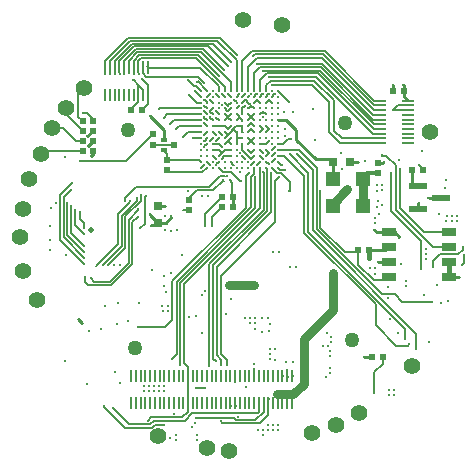
<source format=gbl>
%FSLAX25Y25*%
%MOIN*%
G70*
G01*
G75*
G04 Layer_Physical_Order=4*
G04 Layer_Color=16711680*
%ADD10C,0.01000*%
%ADD11C,0.00512*%
%ADD12C,0.02000*%
%ADD13R,0.00787X0.04488*%
%ADD14R,0.01969X0.01969*%
%ADD15R,0.03000X0.03000*%
%ADD16R,0.01969X0.01969*%
%ADD17R,0.03000X0.03000*%
G04:AMPARAMS|DCode=18|XSize=33.47mil|YSize=11.02mil|CornerRadius=2.76mil|HoleSize=0mil|Usage=FLASHONLY|Rotation=0.000|XOffset=0mil|YOffset=0mil|HoleType=Round|Shape=RoundedRectangle|*
%AMROUNDEDRECTD18*
21,1,0.03347,0.00551,0,0,0.0*
21,1,0.02795,0.01102,0,0,0.0*
1,1,0.00551,0.01398,-0.00276*
1,1,0.00551,-0.01398,-0.00276*
1,1,0.00551,-0.01398,0.00276*
1,1,0.00551,0.01398,0.00276*
%
%ADD18ROUNDEDRECTD18*%
G04:AMPARAMS|DCode=19|XSize=33.47mil|YSize=11.02mil|CornerRadius=2.76mil|HoleSize=0mil|Usage=FLASHONLY|Rotation=90.000|XOffset=0mil|YOffset=0mil|HoleType=Round|Shape=RoundedRectangle|*
%AMROUNDEDRECTD19*
21,1,0.03347,0.00551,0,0,90.0*
21,1,0.02795,0.01102,0,0,90.0*
1,1,0.00551,0.00276,0.01398*
1,1,0.00551,0.00276,-0.01398*
1,1,0.00551,-0.00276,-0.01398*
1,1,0.00551,-0.00276,0.01398*
%
%ADD19ROUNDEDRECTD19*%
%ADD20R,0.03150X0.03150*%
%ADD21R,0.02165X0.01260*%
%ADD22R,0.01260X0.02165*%
%ADD23R,0.11417X0.11417*%
G04:AMPARAMS|DCode=24|XSize=19.69mil|YSize=10.63mil|CornerRadius=0mil|HoleSize=0mil|Usage=FLASHONLY|Rotation=326.000|XOffset=0mil|YOffset=0mil|HoleType=Round|Shape=Rectangle|*
%AMROTATEDRECTD24*
4,1,4,-0.01113,0.00110,-0.00519,0.00991,0.01113,-0.00110,0.00519,-0.00991,-0.01113,0.00110,0.0*
%
%ADD24ROTATEDRECTD24*%

G04:AMPARAMS|DCode=25|XSize=21.65mil|YSize=10.63mil|CornerRadius=0mil|HoleSize=0mil|Usage=FLASHONLY|Rotation=326.000|XOffset=0mil|YOffset=0mil|HoleType=Round|Shape=Rectangle|*
%AMROTATEDRECTD25*
4,1,4,-0.01195,0.00165,-0.00600,0.01046,0.01195,-0.00165,0.00600,-0.01046,-0.01195,0.00165,0.0*
%
%ADD25ROTATEDRECTD25*%

%ADD26P,0.08574X4X281.0*%
G04:AMPARAMS|DCode=27|XSize=19.69mil|YSize=10.63mil|CornerRadius=0mil|HoleSize=0mil|Usage=FLASHONLY|Rotation=56.000|XOffset=0mil|YOffset=0mil|HoleType=Round|Shape=Rectangle|*
%AMROTATEDRECTD27*
4,1,4,-0.00110,-0.01113,-0.00991,-0.00519,0.00110,0.01113,0.00991,0.00519,-0.00110,-0.01113,0.0*
%
%ADD27ROTATEDRECTD27*%

G04:AMPARAMS|DCode=28|XSize=21.65mil|YSize=10.63mil|CornerRadius=0mil|HoleSize=0mil|Usage=FLASHONLY|Rotation=56.000|XOffset=0mil|YOffset=0mil|HoleType=Round|Shape=Rectangle|*
%AMROTATEDRECTD28*
4,1,4,-0.00165,-0.01195,-0.01046,-0.00600,0.00165,0.01195,0.01046,0.00600,-0.00165,-0.01195,0.0*
%
%ADD28ROTATEDRECTD28*%

%ADD29R,0.03543X0.03740*%
%ADD30C,0.01969*%
%ADD31C,0.06811*%
%ADD32R,0.04449X0.05787*%
%ADD33R,0.05079X0.10709*%
%ADD34R,0.06693X0.04331*%
%ADD35R,0.01969X0.02362*%
%ADD36R,0.04331X0.05512*%
%ADD37R,0.04331X0.06693*%
%ADD38R,0.02362X0.00984*%
%ADD39R,0.10236X0.11811*%
%ADD40C,0.02362*%
%ADD41R,0.00984X0.02362*%
%ADD42R,0.12205X0.12205*%
%ADD43R,0.01181X0.01929*%
%ADD44R,0.01181X0.02047*%
%ADD45C,0.01500*%
%ADD46C,0.03000*%
%ADD47C,0.00600*%
%ADD48C,0.05512*%
%ADD49C,0.05000*%
%ADD50C,0.01063*%
%ADD51R,0.05000X0.03000*%
%ADD52R,0.01969X0.01850*%
%ADD53R,0.01969X0.01457*%
%ADD54R,0.04882X0.05079*%
%ADD55C,0.00984*%
%ADD56R,0.04488X0.00787*%
%ADD57R,0.05906X0.02165*%
%ADD58C,0.00700*%
%ADD59C,0.00800*%
%ADD60C,0.01200*%
D10*
X69568Y-14050D02*
X73100D01*
X51700Y950D02*
X53150Y-500D01*
X44850Y1900D02*
X45800Y950D01*
X49568D01*
X46100Y-9050D02*
X49568D01*
X43072Y-4982D02*
X48636D01*
X-24744Y4206D02*
X-22900Y6050D01*
X-27418Y4206D02*
X-24744D01*
X-30084Y6779D02*
X-26616Y3311D01*
X41232Y-40568D02*
X44028D01*
X54549Y48068D02*
Y49999D01*
X36574Y24330D02*
X39280D01*
X31049Y18737D02*
Y23751D01*
X-29900Y39650D02*
X-25245Y34995D01*
Y31701D02*
Y34995D01*
X25250Y25300D02*
X31050D01*
X57528Y16822D02*
Y22182D01*
X62900Y12600D02*
X66990D01*
X59510Y8860D02*
Y10790D01*
X54549Y46401D02*
Y48068D01*
Y46401D02*
X55850Y45100D01*
X51006Y48068D02*
Y50194D01*
X-2328Y9672D02*
Y12918D01*
X-29728Y3311D02*
X-26616D01*
X-27418Y9706D02*
X-24869D01*
X18800Y31750D02*
X25250Y25300D01*
X12645Y38353D02*
X15447D01*
X18800Y35000D01*
Y31750D02*
Y35000D01*
X-49550Y26500D02*
X-48550Y27500D01*
X-50600Y29750D02*
X-48900Y31450D01*
X-50850Y33100D02*
X-49100Y34850D01*
X-54084Y-27866D02*
X-52800Y-29150D01*
X46182Y24199D02*
X47838D01*
D11*
X-60050Y13450D02*
X-56000Y17500D01*
X-58800Y12611D02*
X-56292Y15119D01*
X-58800Y-700D02*
Y12611D01*
X-60050Y-1400D02*
Y13450D01*
X-3450Y18400D02*
X-2550Y17500D01*
X13500Y21850D02*
X14950D01*
X12745Y22605D02*
X13500Y21850D01*
X12645Y22605D02*
X12745D01*
X9150Y8100D02*
Y22163D01*
X-9000Y-10050D02*
X9150Y8100D01*
X8708Y22605D02*
X9150Y22163D01*
X69568Y-13768D02*
X69750Y-13950D01*
X73950Y-9750D02*
X74550Y-9150D01*
Y-6700D01*
X74350Y-4800D02*
Y-3850D01*
X72850Y-6300D02*
X74350Y-4800D01*
X66700Y-6300D02*
X72850D01*
X64300Y-10550D02*
Y-8700D01*
X66700Y-6300D01*
X60450Y-11150D02*
Y-2050D01*
X50250Y8150D02*
X60450Y-2050D01*
X49568Y950D02*
X51700D01*
X48636Y-4982D02*
X49568Y-4050D01*
X48718Y-14900D02*
X49568Y-14050D01*
X44650Y-14900D02*
X48718D01*
X39529Y-9779D02*
X44650Y-14900D01*
X35000Y-5650D02*
X39529D01*
Y-5532D01*
Y-9779D02*
Y-5650D01*
X54100Y-22100D02*
X64000D01*
X51600Y-19600D02*
X54100Y-22100D01*
X47350Y-19600D02*
X51600D01*
X25600Y2150D02*
X47350Y-19600D01*
X58750Y-37750D02*
Y-32800D01*
X24200Y1750D02*
X58750Y-32800D01*
X24200Y1750D02*
Y21900D01*
X19050Y27050D02*
X24200Y21900D01*
X25600Y2150D02*
Y22600D01*
X19690Y28510D02*
X25600Y22600D01*
X12645Y28510D02*
X19690D01*
X55100Y-34666D02*
Y-31100D01*
X22800Y1200D02*
X55100Y-31100D01*
X26850Y2500D02*
X35000Y-5650D01*
X26850Y2500D02*
Y14650D01*
X16700Y27000D02*
X22800Y20900D01*
Y1200D02*
Y20900D01*
X14692Y26542D02*
X21450Y19783D01*
Y900D02*
Y19783D01*
Y900D02*
X45200Y-22850D01*
X16700Y14900D02*
Y17650D01*
X13550Y20800D02*
X16700Y17650D01*
X45200Y-29950D02*
Y-22850D01*
X11650Y18250D02*
X13000Y19600D01*
X12482Y20800D02*
X13550D01*
X10677Y22605D02*
X12482Y20800D01*
X11650Y4400D02*
Y18250D01*
X-6300Y-13550D02*
X11650Y4400D01*
X50250Y8150D02*
Y20800D01*
X69568Y-4050D02*
X70200D01*
X64500D02*
X69568D01*
X52150Y8300D02*
X64500Y-4050D01*
X52150Y8300D02*
Y19600D01*
X61500Y1200D02*
X69500D01*
X53500Y9200D02*
X61500Y1200D01*
X53500Y9200D02*
Y22100D01*
X-6600Y19900D02*
X-4900D01*
X-10300Y16200D02*
X-6600Y19900D01*
X-5800Y18250D02*
X-5450D01*
X-9100Y14950D02*
X-5800Y18250D01*
X-14450Y14950D02*
X-9100D01*
X-2950Y21150D02*
X75Y18125D01*
X-5585Y21150D02*
X-2950D01*
X7950Y8600D02*
Y21050D01*
X7850Y21150D02*
X7950Y21050D01*
X6740Y9140D02*
Y22605D01*
X10450Y7750D02*
Y20900D01*
X-6300Y-39650D02*
Y-13550D01*
X-10150Y-9500D02*
X7950Y8600D01*
X5150Y9050D02*
Y19300D01*
X4771Y20571D02*
Y22605D01*
X3750Y19550D02*
X4771Y20571D01*
X3750Y9300D02*
Y19550D01*
X-2550Y12150D02*
Y17500D01*
X-34600Y16200D02*
X-10300D01*
X1950Y19750D02*
X3050Y20850D01*
X1950Y9250D02*
Y19750D01*
X-22500Y-15200D02*
X1950Y9250D01*
X-7040Y22605D02*
X-5585Y21150D01*
X-21100Y-15550D02*
X3750Y9300D01*
X-6800Y65850D02*
X-950Y60000D01*
X-37150Y65850D02*
X-6800D01*
X-44887Y58113D02*
X-37150Y65850D01*
X-7040Y48195D02*
Y49790D01*
X-13149Y55898D02*
X-7040Y49790D01*
X-30227Y55898D02*
X-13149D01*
X-31600Y12950D02*
X-31450D01*
X-31650Y13000D02*
X-31600Y12950D01*
X-31650Y3850D02*
Y13000D01*
X-22900Y6050D02*
Y6250D01*
X-35950Y63850D02*
X-8900D01*
X-2850Y57800D01*
X-1134Y48195D02*
Y58334D01*
X-7600Y64800D02*
X-1134Y58334D01*
X-36500Y64800D02*
X-7600D01*
X10723Y24573D02*
X11650Y25500D01*
X10677Y24573D02*
X10723D01*
X4650Y42350D02*
X4800D01*
X2890Y42290D02*
X3800Y43200D01*
X4650Y42350D01*
X3750Y43250D02*
X3800Y43200D01*
X3750Y43250D02*
Y43311D01*
X2803Y42290D02*
X2890D01*
X2803Y44258D02*
X3750Y43311D01*
X-17050Y51350D02*
X-15450Y49750D01*
X-14500D01*
X-12945Y48195D01*
X-2150Y35400D02*
X-1166Y34416D01*
X-1134D01*
X-7040Y26542D02*
X-6100Y27481D01*
Y27500D01*
X-42400Y-57600D02*
X-42375Y-57625D01*
X-36950Y-63050D02*
Y-63000D01*
X-42350Y-57600D02*
X-36950Y-63000D01*
X47600Y-42800D02*
Y-40550D01*
X44700Y-45700D02*
X47600Y-42800D01*
X44700Y-52500D02*
Y-45700D01*
X834Y30384D02*
X850Y30400D01*
X834Y28510D02*
Y30384D01*
X-45300Y-57100D02*
X-38200Y-64200D01*
X-29400D01*
X-28400Y-63200D02*
X-25250D01*
X-29400Y-64200D02*
X-28400Y-63200D01*
X-28850Y-60600D02*
X-19150D01*
X-29650D02*
X-28900D01*
X-30800Y-61750D02*
X-29650Y-60600D01*
X-36950Y-63050D02*
X-30000D01*
X-28700Y-61750D01*
X-18350D01*
X-19150Y-60600D02*
X-17315Y-58765D01*
X39280Y24330D02*
X39300Y24350D01*
X52150Y-36900D02*
X55900D01*
X45200Y-29950D02*
X52150Y-36900D01*
X55900D02*
X56450Y-36350D01*
X12645Y26542D02*
X14692D01*
X10677D02*
X11550Y27415D01*
X11600Y29434D02*
Y29450D01*
X10677Y28510D02*
X11600Y29434D01*
X31049Y9878D02*
Y10549D01*
X41049Y10351D02*
X41900Y9500D01*
X-6300Y-39650D02*
X-4400Y-41550D01*
Y-43350D02*
Y-41550D01*
X-14650Y-50950D02*
X-11750D01*
X-6225Y-43325D02*
X-6200Y-43300D01*
X-8100Y-42050D02*
Y-42000D01*
X-9000Y-41100D02*
X-8100Y-42000D01*
X5750Y23584D02*
X6740Y24573D01*
X-7700Y-39900D02*
X-6200Y-41400D01*
Y-43300D02*
Y-41400D01*
X834Y26516D02*
X1800Y25550D01*
X834Y26516D02*
Y26542D01*
X3800Y23602D02*
X4771Y24573D01*
X-6050Y25550D02*
X-5150Y26450D01*
X6740Y26542D02*
X7732Y25550D01*
X7700Y27550D02*
X7750Y27500D01*
X6740Y28510D02*
X7700Y27550D01*
X7700D01*
X7750Y27500D01*
Y27500D02*
Y27500D01*
X8708Y24573D02*
X9631Y23650D01*
X33912Y32288D02*
X46744D01*
X31300Y34900D02*
X33912Y32288D01*
X29800Y34300D02*
X33387Y30713D01*
X44437Y33863D02*
X46744D01*
X25450Y52850D02*
X44437Y33863D01*
X9800Y52850D02*
X25450D01*
X44550Y35400D02*
X46706D01*
X25950Y54000D02*
X44550Y35400D01*
X9100Y54000D02*
X25950D01*
X44537Y37013D02*
X46744D01*
X26650Y54900D02*
X44537Y37013D01*
X7850Y54900D02*
X26650D01*
X44513Y38587D02*
X46744D01*
X27050Y56050D02*
X44513Y38587D01*
X6850Y56050D02*
X27050D01*
X44488Y40162D02*
X46744D01*
X27400Y57250D02*
X44488Y40162D01*
X5800Y57250D02*
X27400D01*
X44563Y41737D02*
X46744D01*
X27250Y59050D02*
X44563Y41737D01*
X5750Y59050D02*
X27250D01*
X44638Y43312D02*
X46744D01*
X27600Y60350D02*
X44638Y43312D01*
X4950Y60350D02*
X27600D01*
X44863Y44887D02*
X46744D01*
X28250Y61500D02*
X44863Y44887D01*
X4100Y61500D02*
X28250D01*
X-44887Y55956D02*
Y58113D01*
X-43312Y57988D02*
X-36500Y64800D01*
X-10738Y63038D02*
X-4100Y56400D01*
X-35362Y63038D02*
X-10738D01*
X-40162Y58238D02*
X-35362Y63038D01*
X-41737Y58063D02*
X-35950Y63850D01*
X-12300Y62150D02*
X-5250Y55100D01*
X-34500Y62150D02*
X-12300D01*
X-38587Y58063D02*
X-34500Y62150D01*
X-13050Y61100D02*
X-3103Y51153D01*
X-34150Y61100D02*
X-13050D01*
X-37013Y58237D02*
X-34150Y61100D01*
X-13850Y60000D02*
X-7000Y53150D01*
X-33700Y60000D02*
X-13850D01*
X-35438Y58262D02*
X-33700Y60000D01*
X-14621Y59100D02*
X-5071Y49550D01*
X-32950Y59100D02*
X-14621D01*
X-33863Y58187D02*
X-32950Y59100D01*
X-43312Y55956D02*
Y57988D01*
X-28726Y30126D02*
X-22095D01*
X-25245Y28245D02*
Y28552D01*
X-12650Y21050D02*
X-12531D01*
X-23604D02*
X-12650D01*
X-24232Y21678D02*
X-23604Y21050D01*
X-24232Y25221D02*
X-13593D01*
X-12945Y24573D01*
X8760Y26542D02*
X9719Y27500D01*
X8708Y26542D02*
X8760D01*
X8708Y28510D02*
X9719Y27500D01*
X3811Y27550D02*
X4771Y28510D01*
X3750Y27550D02*
X3811D01*
X4300Y59700D02*
X4950Y60350D01*
X2803Y56103D02*
X5750Y59050D01*
X2803Y48195D02*
Y56103D01*
X4771Y53971D02*
X6850Y56050D01*
X4771Y48195D02*
Y53971D01*
X6740Y51640D02*
X9100Y54000D01*
X6740Y48195D02*
Y51640D01*
X8708Y48195D02*
Y49958D01*
X10250Y51500D01*
X-8000Y47100D02*
X-7127Y46227D01*
X-9950Y45200D02*
X-9008Y44258D01*
X-7103Y38353D02*
X-7040D01*
X-8000Y39250D02*
X-7103Y38353D01*
X-9103D02*
X-9008D01*
X-9950Y39200D02*
X-9103Y38353D01*
X-11053D02*
X-10977D01*
X-11950Y39250D02*
X-11053Y38353D01*
X-11034Y36384D02*
X-10977D01*
X-11950Y37300D02*
X-11034Y36384D01*
X834Y46227D02*
X1700Y47093D01*
Y47100D01*
X2803Y46227D02*
X3500Y46924D01*
X4771Y46227D02*
X5500Y46955D01*
Y47000D01*
X6740Y46227D02*
X6777D01*
X7500Y46950D01*
X8708Y46227D02*
Y46258D01*
X9450Y47000D01*
X10677Y46227D02*
X11450Y47000D01*
X-7040Y24560D02*
Y24573D01*
X-7950Y23650D02*
X-7040Y24560D01*
X-11806Y29650D02*
X-10977Y30479D01*
X-11850Y29650D02*
X-11806D01*
X-10977Y32373D02*
Y32447D01*
X-11800Y31550D02*
X-10977Y32373D01*
X-9850Y31605D02*
X-9008Y32447D01*
X-9850Y31550D02*
Y31605D01*
X-7040Y32360D02*
Y32447D01*
X-7900Y31500D02*
X-7040Y32360D01*
X-11842Y33550D02*
X-10977Y34416D01*
X-11900Y33550D02*
X-11842D01*
X-10977Y44258D02*
Y44327D01*
X-11750Y45100D02*
X-10977Y44327D01*
X-11090Y42290D02*
X-10977D01*
X-11850Y43050D02*
X-11090Y42290D01*
X-10977Y40321D02*
Y40327D01*
X-11800Y41150D02*
X-10977Y40327D01*
X-3103Y24553D02*
Y24573D01*
X-1134Y46227D02*
Y46266D01*
X-150Y47200D01*
X-1134Y42290D02*
X-1110D01*
X-150Y43250D01*
X-1134Y44258D02*
Y44284D01*
X-2100Y45250D02*
X-1134Y44284D01*
X-4038Y47162D02*
X-3103Y46227D01*
Y48195D02*
Y51153D01*
X-6050Y47200D02*
X-6044D01*
X-5071Y46227D01*
Y48195D02*
Y49550D01*
X-33863Y55956D02*
Y58187D01*
X-35438Y55956D02*
Y58262D01*
X-37013Y55956D02*
Y58237D01*
X-38587Y55956D02*
Y58063D01*
X-40162Y55956D02*
Y58238D01*
X-41737Y55956D02*
Y58063D01*
X-24171Y40321D02*
X-12945D01*
X-22097Y38353D02*
X-12945D01*
X-10977Y46227D02*
X-10973D01*
X-10000Y47200D01*
X-52013Y2313D02*
Y4013D01*
X-53350Y5350D02*
X-52013Y4013D01*
X-53350Y5350D02*
Y7800D01*
X-54900Y3289D02*
X-51956Y344D01*
X-54900Y3289D02*
Y8500D01*
X-56250Y650D02*
X-52000Y-3600D01*
X-56250Y650D02*
Y9650D01*
X-57550Y28D02*
X-51961Y-5561D01*
X-57550Y28D02*
Y10350D01*
X-58800Y-700D02*
X-51950Y-7550D01*
X-60050Y-1400D02*
X-52000Y-9450D01*
X-21450Y35400D02*
X-20466Y36384D01*
X-12945D01*
X-23400Y37050D02*
X-22097Y38353D01*
X-25321Y39171D02*
X-24171Y40321D01*
X-17334Y34416D02*
X-12945D01*
X-19050Y32700D02*
X-17334Y34416D01*
X-15603Y32447D02*
X-12945D01*
X-10003Y23600D02*
X-10000D01*
X-10977Y24573D02*
X-10003Y23600D01*
X-51673Y-15477D02*
Y-13923D01*
Y-15477D02*
X-50550Y-16600D01*
X-42900D01*
X-48550Y-15450D02*
X-43200D01*
X-49700Y-14300D02*
X-48550Y-15450D01*
X-33000Y11550D02*
Y13400D01*
X-34450Y11350D02*
Y12400D01*
X-39250Y6550D02*
X-34450Y11350D01*
X-39250Y-3450D02*
Y6550D01*
X-45600Y-9800D02*
X-39250Y-3450D01*
X-47900Y-10150D02*
X-47850D01*
X-47725Y-10025D02*
X-40500Y-2800D01*
X-7040Y34416D02*
X-6050Y33426D01*
Y33400D02*
Y33426D01*
X-9008Y34416D02*
X-8966D01*
X-8000Y33450D01*
X-40500Y-2800D02*
Y7200D01*
X-36500Y11200D01*
X-33844Y8456D02*
Y8794D01*
X-34050Y6200D02*
X-34000D01*
X-38150Y6400D02*
X-33000Y11550D01*
X-37100Y5200D02*
X-33844Y8456D01*
X-43200Y-15450D02*
X-37100Y-9350D01*
Y5200D01*
X-42900Y-16600D02*
X-35900Y-9600D01*
Y4350D01*
X-34050Y6200D01*
X-33200Y2300D02*
X-31650Y3850D01*
X834Y48195D02*
Y58234D01*
X4100Y61500D01*
X46706Y35400D02*
X46744Y35438D01*
X33387Y30713D02*
X46744D01*
X-43850Y-9800D02*
X-38150Y-4100D01*
Y6400D01*
X-4000Y39250D02*
X-3103Y38353D01*
X-3129Y40321D02*
X-3103D01*
X-4100Y39350D02*
X-3129Y40321D01*
X-5071D02*
X-4100Y39350D01*
Y39324D02*
Y39350D01*
X-5071Y38353D02*
X-4100Y39324D01*
X-7040Y36384D02*
X-5071D01*
X-9008D02*
X-7040D01*
X3674Y39450D02*
X3787Y39337D01*
X3800Y39324D01*
X4771Y38353D01*
X2803D02*
X4771Y40321D01*
X2803D02*
X3674Y39450D01*
X-4100Y31450D02*
X-4074D01*
X-3103Y30479D01*
X-4100Y31450D02*
X-3103Y32447D01*
X-5071Y30479D02*
X-4100Y31450D01*
X2803Y32447D02*
X2803D01*
X3800Y31450D01*
Y31476D01*
X4771Y32421D02*
Y32447D01*
X3800Y31476D02*
X4771Y32447D01*
X3800Y31450D02*
X4771Y30479D01*
X3774Y31450D02*
X3800D01*
X2803Y30479D02*
X3774Y31450D01*
X-5071Y36384D02*
X-4100Y35413D01*
Y35400D02*
Y35413D01*
Y35400D02*
X-4087D01*
X-3103Y36384D01*
X2803Y34416D02*
X2816D01*
X3750Y35350D01*
X3837D01*
X4771Y34416D01*
X6740Y30479D02*
X8708D01*
X8729D01*
X9650Y31400D01*
X6740Y40321D02*
X7650Y41232D01*
X7798D01*
X8708Y40321D01*
X834D02*
Y42290D01*
Y42384D01*
X1700Y43250D01*
X-5071Y42290D02*
X-4200Y41418D01*
Y41409D02*
X-3983D01*
X-3103Y42290D01*
X-4200Y41409D02*
Y41418D01*
X-8000Y41282D02*
X-7040Y40321D01*
X-8000Y41282D02*
Y41300D01*
X-9950Y41263D02*
X-9008Y40321D01*
X-9950Y41263D02*
Y41300D01*
Y41348D01*
X-9008Y42290D01*
X784Y34416D02*
X834D01*
X3800Y37300D02*
X3855D01*
X4771Y36384D01*
X3718Y37300D02*
X3800D01*
X2803Y36384D02*
X3718Y37300D01*
X9700Y35350D02*
Y35392D01*
X8708Y36384D02*
X9700Y35392D01*
X9642Y35350D02*
X9700D01*
X8708Y34416D02*
X9642Y35350D01*
X-9008Y30479D02*
X-8892Y30363D01*
X-7156D01*
X-7040Y30479D01*
X-9008Y28510D02*
X-7040D01*
Y30479D02*
X-6011Y29450D01*
X-6000D01*
X-7040Y28440D02*
Y28510D01*
Y28440D02*
X-6100Y27500D01*
X-6081D01*
X-5071Y28510D01*
X-3103D01*
X-9008Y26508D02*
Y26542D01*
Y26508D02*
X-8100Y25600D01*
X-12945Y22605D02*
X-12895D01*
X-11950Y23550D01*
X-12531Y21050D02*
X-10977Y22605D01*
X-3961Y43400D02*
X-3103Y44258D01*
X-4000Y43400D02*
X-3961D01*
X-4100Y43300D02*
X-4000Y43400D01*
X-4050Y43200D02*
Y43237D01*
X-5071Y44258D02*
X-4050Y43237D01*
X6740Y34416D02*
X7600Y35276D01*
Y35350D01*
X7650Y35400D02*
Y35474D01*
X6740Y36384D02*
X7650Y35474D01*
X7687Y35437D02*
X7774Y35350D01*
X834Y28510D02*
X2803Y26542D01*
X2808D01*
X3800Y25550D01*
Y25570D01*
X4771Y26542D01*
X-5071D02*
X-3103D01*
X-3195Y26450D02*
X-3103Y26542D01*
X-5150Y26450D02*
X-3195D01*
X1750Y45150D02*
X1911D01*
X2803Y44258D01*
X834D02*
X1876Y45300D01*
X4771Y44258D02*
X5756Y45243D01*
Y45241D02*
Y45243D01*
Y45241D02*
X6740Y44258D01*
X9650Y45200D02*
X9735D01*
X10677Y44258D01*
X2803Y28447D02*
Y28510D01*
Y28447D02*
X3650Y27600D01*
X-38300Y11550D02*
Y12500D01*
X-34600Y16200D01*
X-16818Y11922D02*
Y12582D01*
X-14450Y14950D01*
X-19029Y8379D02*
X-16818D01*
X-10150Y-43400D02*
Y-9500D01*
X-9000Y-41100D02*
Y-10050D01*
X-7700Y-39900D02*
Y-10400D01*
X10450Y7750D01*
X-22500Y-28150D02*
Y-15200D01*
X-21100Y-39500D02*
Y-15550D01*
X-19950Y-43150D02*
Y-16050D01*
X5150Y9050D01*
X-18750Y-16350D02*
X6740Y9140D01*
X-17315Y-56006D02*
Y-47100D01*
X-18750Y-42550D02*
Y-16350D01*
Y-42550D02*
X-17300Y-44000D01*
Y-47100D02*
Y-44000D01*
X-24850Y-30500D02*
X-22500Y-28150D01*
X-34000Y-30500D02*
X-24850D01*
X-34100Y-30400D02*
X-34000Y-30500D01*
X-22750Y-41150D02*
X-21100Y-39500D01*
X12645Y24573D02*
X13668Y23550D01*
X57528Y16822D02*
X57900Y16450D01*
X61400Y21600D02*
Y21650D01*
X-32651Y41718D02*
X-30750Y43619D01*
X-33863Y44287D02*
Y46794D01*
X-36150Y42000D02*
X-33863Y44287D01*
X52712Y43312D02*
X55956D01*
X51100Y41700D02*
X52712Y43312D01*
X51100Y41700D02*
X55850D01*
X-1134Y38353D02*
Y38416D01*
X-300Y39250D01*
X-1134Y40284D02*
Y40321D01*
X850Y38250D02*
Y38300D01*
X-1134Y40284D02*
X850Y38300D01*
X8708Y44258D02*
X9650Y45200D01*
X8700Y44250D02*
X8750D01*
X-3103Y24553D02*
X-2150Y23600D01*
X-2100Y23550D01*
X-2400Y9600D02*
X-2328Y9672D01*
X-9350Y6154D02*
X-5922Y9582D01*
X-9350Y3250D02*
Y6154D01*
X-11650Y7140D02*
X-5871Y12918D01*
X-11650Y3000D02*
Y7140D01*
X10250Y51500D02*
X24750D01*
X31300Y44950D01*
Y34900D02*
Y44950D01*
X10800Y50250D02*
X24100D01*
X29800Y44550D01*
Y34300D02*
Y44550D01*
X12645Y48195D02*
X16311Y44530D01*
X-30084Y6779D02*
Y7083D01*
X-30846Y56518D02*
X-30227Y55898D01*
X-32288Y53944D02*
Y56006D01*
Y53944D02*
X-31171Y52828D01*
X-13817D01*
X-11930Y50941D01*
X-14934Y48216D02*
X-12945Y46227D01*
X-26850Y42290D02*
X-12945D01*
X59750Y23300D02*
X61400Y21650D01*
X12645Y30479D02*
X14479D01*
X16050Y32050D01*
X17000D01*
X-30750Y43619D02*
Y47400D01*
X-14408Y44258D02*
X-12945D01*
X-16850Y46700D02*
Y46900D01*
Y46700D02*
X-14408Y44258D01*
X-14066Y51284D02*
X-10977Y48195D01*
X-49550Y26300D02*
Y26500D01*
X-48900Y31450D02*
X-48850D01*
X-49100Y34850D02*
X-48850D01*
X-52400Y40750D02*
X-51100D01*
X-48750Y38400D01*
X-53850Y39447D02*
X-52371Y37968D01*
X-53850Y39447D02*
Y47250D01*
X-51950Y49150D01*
X-58040Y40440D02*
Y42512D01*
Y40440D02*
X-53000Y35400D01*
Y34800D02*
Y35400D01*
X-65740Y28150D02*
X-52600D01*
X-53350Y24800D02*
X-37990D01*
X-29118Y33672D01*
X-17315Y-58765D02*
Y-56006D01*
X-4056Y33400D02*
X-4050D01*
X-5071Y34416D02*
X-4056Y33400D01*
X-5050Y32400D02*
X-4050Y33400D01*
X-5100Y32400D02*
X-5050D01*
X-1134Y30479D02*
Y32366D01*
X-1100Y32400D01*
X-1134Y32634D02*
Y34416D01*
Y32634D02*
X-1050Y32550D01*
X-1100Y32400D02*
X800D01*
X850Y32450D01*
X-3103Y34416D02*
Y34447D01*
X-1200Y36350D02*
X-1134D01*
X800D01*
X850Y34550D02*
Y36300D01*
Y34550D02*
X900Y34500D01*
X-4050Y33400D02*
X-3050Y34400D01*
X-3103Y34447D02*
X-2150Y35400D01*
X-1200Y36350D01*
X-1134Y36334D02*
Y36350D01*
Y36384D01*
X800Y36350D02*
X850Y36300D01*
X-54084Y-27866D02*
Y-27741D01*
X7882Y-58868D02*
Y-56006D01*
X-18350Y-61750D02*
X-15963Y-59363D01*
X5887D01*
X6307Y-58943D01*
Y-56006D01*
X-14550Y-60750D02*
X-2050D01*
X-1200Y-61600D01*
X5150D01*
X7882Y-58868D01*
X-6300Y-62000D02*
X-5888Y-62412D01*
X6700D01*
X9462Y-59771D01*
Y-56011D01*
X9457Y-56006D02*
X9462Y-56011D01*
X-54577Y31427D02*
X-52377D01*
X-58900Y35750D02*
X-54577Y31427D01*
X-62600Y35750D02*
X-58900D01*
X-62650Y35700D02*
X-62600Y35750D01*
X42108Y20258D02*
X42506Y20656D01*
X47500Y26600D02*
X48852D01*
X52150Y23302D01*
Y19600D02*
Y23302D01*
X47838Y24199D02*
X48098Y24459D01*
D13*
X-30713Y46844D02*
D03*
X-30713Y56056D02*
D03*
X-32288D02*
D03*
X-32288Y46844D02*
D03*
X-35438D02*
D03*
X-35438Y56056D02*
D03*
X-33863Y56056D02*
D03*
Y46844D02*
D03*
X-37013D02*
D03*
X-37013Y56056D02*
D03*
X-38587Y56056D02*
D03*
X-38587Y46844D02*
D03*
X-44887Y46844D02*
D03*
X-44887Y56056D02*
D03*
X-43312D02*
D03*
X-43312Y46844D02*
D03*
X-40162Y46844D02*
D03*
Y56056D02*
D03*
X-41737Y56056D02*
D03*
Y46844D02*
D03*
X-20464Y-56006D02*
D03*
Y-46794D02*
D03*
X-23614D02*
D03*
Y-56006D02*
D03*
X-26763D02*
D03*
Y-46794D02*
D03*
X-25189D02*
D03*
Y-56006D02*
D03*
X-28338D02*
D03*
Y-46794D02*
D03*
X-29913D02*
D03*
Y-56006D02*
D03*
X-36212D02*
D03*
Y-46794D02*
D03*
X-34637D02*
D03*
Y-56006D02*
D03*
X-31488D02*
D03*
Y-46794D02*
D03*
X-33063D02*
D03*
Y-56006D02*
D03*
X-17315D02*
D03*
Y-46794D02*
D03*
X-15740D02*
D03*
Y-56006D02*
D03*
X-18890D02*
D03*
Y-46794D02*
D03*
X-22039D02*
D03*
Y-56006D02*
D03*
X-14165D02*
D03*
Y-46794D02*
D03*
X-12590D02*
D03*
Y-56006D02*
D03*
X-9441D02*
D03*
Y-46794D02*
D03*
X-11015D02*
D03*
Y-56006D02*
D03*
X-7866D02*
D03*
Y-46794D02*
D03*
X-6291D02*
D03*
Y-56006D02*
D03*
X9457D02*
D03*
Y-46794D02*
D03*
X7882D02*
D03*
Y-56006D02*
D03*
X4733D02*
D03*
Y-46794D02*
D03*
X6307D02*
D03*
Y-56006D02*
D03*
X3158D02*
D03*
Y-46794D02*
D03*
X1583D02*
D03*
Y-56006D02*
D03*
X-3141Y-46794D02*
D03*
Y-56006D02*
D03*
X8D02*
D03*
Y-46794D02*
D03*
X-1567D02*
D03*
Y-56006D02*
D03*
X-4716Y-46794D02*
D03*
Y-56006D02*
D03*
X12607D02*
D03*
Y-46794D02*
D03*
X14181D02*
D03*
Y-56006D02*
D03*
X11032D02*
D03*
Y-46794D02*
D03*
X15756Y-56006D02*
D03*
Y-46794D02*
D03*
X17331D02*
D03*
Y-56006D02*
D03*
D14*
X-2328Y12918D02*
D03*
X-5871D02*
D03*
X-5922Y9582D02*
D03*
X-2379D02*
D03*
X-32651Y41718D02*
D03*
X-36194D02*
D03*
X61021Y21732D02*
D03*
X57478D02*
D03*
X39529Y-4982D02*
D03*
X43072D02*
D03*
X47571Y-40568D02*
D03*
X44028D02*
D03*
X-52371Y28118D02*
D03*
X-48828D02*
D03*
X-52377Y31427D02*
D03*
X-48834D02*
D03*
X-52371Y34768D02*
D03*
X-48828D02*
D03*
X-52371Y37968D02*
D03*
X-48828D02*
D03*
X54549Y48068D02*
D03*
X51006D02*
D03*
D15*
X31074Y24330D02*
D03*
X36574D02*
D03*
D16*
X-16818Y11922D02*
D03*
Y8379D02*
D03*
X-29118Y30129D02*
D03*
Y33672D02*
D03*
X-24232Y25221D02*
D03*
Y21678D02*
D03*
X46182Y20656D02*
D03*
Y24199D02*
D03*
D17*
X-27418Y4206D02*
D03*
Y9706D02*
D03*
D30*
X-49499Y1700D02*
D03*
D45*
X69568Y-13768D02*
Y-9050D01*
X43072Y-7478D02*
Y-4982D01*
D46*
X21300Y-34600D02*
X31050Y-24850D01*
X21300Y-49450D02*
Y-34600D01*
X17750Y-53000D02*
X21300Y-49450D01*
X12250Y-53000D02*
X17750D01*
X31050Y-24850D02*
Y-12500D01*
X31049Y10549D02*
X35800Y15300D01*
X-3700Y-16550D02*
X4750D01*
X41049Y10351D02*
Y18737D01*
D47*
X-8000Y47100D02*
Y47150D01*
X-7127Y46227D02*
X-7040D01*
D48*
X-72441Y8849D02*
D03*
X-70431Y18733D02*
D03*
X-73428Y-542D02*
D03*
X63460Y34562D02*
D03*
X39760Y-59338D02*
D03*
X23960Y-66038D02*
D03*
X-27240Y-67038D02*
D03*
X-58040Y42512D02*
D03*
X-52090Y49012D02*
D03*
X-66440Y27012D02*
D03*
X-62740Y35812D02*
D03*
X57260Y-43438D02*
D03*
X-3740Y-71738D02*
D03*
X32060Y-63138D02*
D03*
X-11090Y-71038D02*
D03*
X1110Y71862D02*
D03*
X-72231Y-11751D02*
D03*
X-67528Y-21458D02*
D03*
X14093Y69945D02*
D03*
D49*
X37400Y-35000D02*
D03*
X-35000Y-37400D02*
D03*
X35000Y37400D02*
D03*
X-37400Y35000D02*
D03*
D50*
X-56000Y17500D02*
D03*
X-56289Y15214D02*
D03*
X-25850Y-23700D02*
D03*
X-25800Y-25300D02*
D03*
X-24800Y-18950D02*
D03*
X-23900Y-25300D02*
D03*
Y-23700D02*
D03*
X68900Y6350D02*
D03*
X70600Y6400D02*
D03*
X72450D02*
D03*
X72500Y4800D02*
D03*
X70650D02*
D03*
X68850Y4750D02*
D03*
X18800Y-10450D02*
D03*
X17050Y-52200D02*
D03*
X17000Y-53850D02*
D03*
X15750Y-44950D02*
D03*
X15950Y-47100D02*
D03*
X14300Y-47050D02*
D03*
X15500Y-42100D02*
D03*
X17700Y-47050D02*
D03*
X17600Y-42100D02*
D03*
X12700Y-47050D02*
D03*
X-15900Y-63750D02*
D03*
X-15050Y-62400D02*
D03*
X47450Y26650D02*
D03*
X69450Y-21950D02*
D03*
X-14650Y-26900D02*
D03*
X62000Y-4450D02*
D03*
Y-6100D02*
D03*
X61950Y-7750D02*
D03*
X34050Y22200D02*
D03*
X32000Y-12900D02*
D03*
X31950Y-15500D02*
D03*
X30300Y-15450D02*
D03*
Y-13850D02*
D03*
Y-12250D02*
D03*
X43350Y-11050D02*
D03*
X44950Y-12750D02*
D03*
Y-11050D02*
D03*
X73100Y-14000D02*
D03*
X73950Y-9750D02*
D03*
X64300Y-10550D02*
D03*
X74550Y-6700D02*
D03*
X53800Y-9550D02*
D03*
X53150Y-500D02*
D03*
X44850Y1900D02*
D03*
X60450Y-11150D02*
D03*
X46100Y-9050D02*
D03*
X43072Y-7478D02*
D03*
X26850Y14650D02*
D03*
X16350Y14700D02*
D03*
X13000Y19450D02*
D03*
X50250Y20900D02*
D03*
X52150Y19600D02*
D03*
X53500Y22100D02*
D03*
X-4450Y19900D02*
D03*
X-5550Y18400D02*
D03*
X200Y18100D02*
D03*
X7850Y21150D02*
D03*
X10450Y20900D02*
D03*
X5150Y19300D02*
D03*
X-3400Y18400D02*
D03*
X55350Y-17000D02*
D03*
X55468Y-15368D02*
D03*
X16650Y-10450D02*
D03*
X-30600Y54050D02*
D03*
X-32300Y55300D02*
D03*
X-33700Y53900D02*
D03*
X-35300D02*
D03*
X-36900Y53950D02*
D03*
X-38500Y53850D02*
D03*
X-40100Y53800D02*
D03*
X-41700Y53850D02*
D03*
X-44900Y53900D02*
D03*
X-43300D02*
D03*
X-31450Y12950D02*
D03*
X-21000Y1650D02*
D03*
X-22850Y1450D02*
D03*
X51450Y-53150D02*
D03*
X49650D02*
D03*
X51500Y-51500D02*
D03*
X49700D02*
D03*
X-550Y-60450D02*
D03*
X-22900Y6300D02*
D03*
X45750Y14900D02*
D03*
X45800Y16800D02*
D03*
X47350Y14950D02*
D03*
X47400Y16750D02*
D03*
X-17250Y14900D02*
D03*
X-25200Y-13650D02*
D03*
X41850Y24900D02*
D03*
X3750Y43250D02*
D03*
X-17250Y51650D02*
D03*
X-63300Y3100D02*
D03*
X-62850Y9170D02*
D03*
X41232Y-40568D02*
D03*
X44700Y-52500D02*
D03*
X54500Y50050D02*
D03*
X7700Y39400D02*
D03*
X-45200Y-57050D02*
D03*
X-42350Y-57600D02*
D03*
X-30800Y-61750D02*
D03*
X-25250Y-63200D02*
D03*
X-23150Y-67400D02*
D03*
X-21400Y-66550D02*
D03*
X-21450Y-68150D02*
D03*
X-14450Y-68200D02*
D03*
X-14400Y-66600D02*
D03*
X6300Y-55350D02*
D03*
X53150Y25000D02*
D03*
X39100Y24350D02*
D03*
X63000Y-35700D02*
D03*
X66900Y-22600D02*
D03*
X49350Y-17250D02*
D03*
Y-21050D02*
D03*
X65644Y-16456D02*
D03*
X61200Y-19750D02*
D03*
X50016Y-27766D02*
D03*
X58750Y-37750D02*
D03*
X52700Y-32700D02*
D03*
X56450Y-36350D02*
D03*
X55100Y-34666D02*
D03*
X64000Y-22100D02*
D03*
X16700Y27000D02*
D03*
X19050Y27050D02*
D03*
X11600Y27500D02*
D03*
Y29450D02*
D03*
X44950Y5800D02*
D03*
X44900Y4150D02*
D03*
X46250Y7150D02*
D03*
X47350Y10200D02*
D03*
X45850Y9350D02*
D03*
X45900Y11300D02*
D03*
X35550Y13750D02*
D03*
X36300Y15250D02*
D03*
X34600D02*
D03*
X40250Y13550D02*
D03*
X41900D02*
D03*
X40200Y15150D02*
D03*
X41900D02*
D03*
X-17300Y-47250D02*
D03*
X-31950Y-50350D02*
D03*
Y-52050D02*
D03*
X-30300Y-50350D02*
D03*
Y-52050D02*
D03*
X-28600Y-50350D02*
D03*
Y-52050D02*
D03*
X-26950D02*
D03*
Y-50350D02*
D03*
X-25200Y-52050D02*
D03*
Y-50350D02*
D03*
X-50350Y-32050D02*
D03*
X-58450Y-41750D02*
D03*
X-22100Y-59400D02*
D03*
X15300Y-52200D02*
D03*
X13600D02*
D03*
X11850D02*
D03*
X11900Y-53800D02*
D03*
X15300Y-53850D02*
D03*
X13600Y-53800D02*
D03*
X2018Y-50501D02*
D03*
X-14650Y-50950D02*
D03*
X-11750D02*
D03*
X-8100Y-42050D02*
D03*
X-10150Y-43400D02*
D03*
X-6200Y-43350D02*
D03*
X3050Y20850D02*
D03*
X1800Y25550D02*
D03*
X3800Y23602D02*
D03*
X5750Y23584D02*
D03*
X-6050Y25550D02*
D03*
X7732D02*
D03*
X7650Y27550D02*
D03*
X9631Y23650D02*
D03*
X-3100Y-21300D02*
D03*
X-4700Y-26150D02*
D03*
X-29900Y39650D02*
D03*
X-26850Y42050D02*
D03*
X-11930Y50941D02*
D03*
X0Y20950D02*
D03*
X-100Y27500D02*
D03*
X-12650Y21050D02*
D03*
X9719Y27500D02*
D03*
X4300Y59700D02*
D03*
X7850Y54900D02*
D03*
X5800Y57250D02*
D03*
X9800Y52850D02*
D03*
X10800Y50250D02*
D03*
X-5250Y55100D02*
D03*
X-8000Y47150D02*
D03*
X-6050D02*
D03*
X-4050D02*
D03*
X-150Y47200D02*
D03*
X-2100Y45250D02*
D03*
X1750Y47150D02*
D03*
X-150Y43250D02*
D03*
X-8000Y39250D02*
D03*
X-10000Y39300D02*
D03*
X-11950Y37350D02*
D03*
X3750Y47200D02*
D03*
X5750D02*
D03*
X7700D02*
D03*
X9650D02*
D03*
X11650Y47250D02*
D03*
X-11950Y41300D02*
D03*
X-12000Y43250D02*
D03*
X-11950Y45250D02*
D03*
X-10000D02*
D03*
X-11950Y33500D02*
D03*
X-8000Y33450D02*
D03*
X-6050Y33400D02*
D03*
X-11950Y31450D02*
D03*
X-9900Y31500D02*
D03*
X-7950Y31450D02*
D03*
X-11900Y29500D02*
D03*
X-10000Y23600D02*
D03*
X11700Y25550D02*
D03*
X-2150Y23600D02*
D03*
X-12000Y39350D02*
D03*
X-950Y60000D02*
D03*
X-7000Y53150D02*
D03*
X-4100Y56400D02*
D03*
X-2850Y57800D02*
D03*
X-10000Y47200D02*
D03*
X-52013Y2313D02*
D03*
X-51956Y344D02*
D03*
X-52000Y-3600D02*
D03*
X-51961Y-5561D02*
D03*
X-51950Y-7550D02*
D03*
X-52000Y-9450D02*
D03*
X-21450Y35400D02*
D03*
X-23400Y37000D02*
D03*
X-53400Y7850D02*
D03*
X-25300Y39150D02*
D03*
X-54900Y8500D02*
D03*
X-56250Y9650D02*
D03*
X-57550Y10800D02*
D03*
X-19050Y32700D02*
D03*
X-15650Y32350D02*
D03*
X-34450Y12400D02*
D03*
X-33000Y13400D02*
D03*
X-51673Y-13923D02*
D03*
X-49700Y-14300D02*
D03*
X-45600Y-9800D02*
D03*
X-47750Y-10000D02*
D03*
X-36500Y11450D02*
D03*
X-38300Y11550D02*
D03*
X-33844Y8794D02*
D03*
X-34000Y6200D02*
D03*
X-33200Y2300D02*
D03*
X-43850Y-9800D02*
D03*
X-4100Y39350D02*
D03*
X3800Y39324D02*
D03*
X-4100Y31450D02*
D03*
X3800D02*
D03*
X-4100Y35400D02*
D03*
X3750Y35350D02*
D03*
X9650Y31400D02*
D03*
X7650Y41232D02*
D03*
X1700Y43250D02*
D03*
X-4200Y41409D02*
D03*
X-8000Y41282D02*
D03*
X-9950Y41300D02*
D03*
X3800Y37300D02*
D03*
X9700Y35350D02*
D03*
X-8000Y23550D02*
D03*
X-6011Y29450D02*
D03*
X-6100Y27500D02*
D03*
X-8100Y25600D02*
D03*
X-11950Y23550D02*
D03*
X-4100Y43300D02*
D03*
X-6100D02*
D03*
X7650Y35400D02*
D03*
X3800Y25550D02*
D03*
X1750Y45150D02*
D03*
X5756Y45243D02*
D03*
X9650Y45200D02*
D03*
X3750Y27550D02*
D03*
X-3900Y-17400D02*
D03*
X-3850Y-15750D02*
D03*
X4200Y-15650D02*
D03*
X4250Y-17400D02*
D03*
X-18750Y8400D02*
D03*
X12650Y-63100D02*
D03*
Y-64800D02*
D03*
X10900Y-63100D02*
D03*
Y-64800D02*
D03*
X9250D02*
D03*
Y-63100D02*
D03*
X7550Y-64800D02*
D03*
X5900D02*
D03*
X-12682Y-19900D02*
D03*
X-46350Y-31150D02*
D03*
X-33950Y-30500D02*
D03*
X-17100Y-27200D02*
D03*
X-11700Y-18450D02*
D03*
X-44900Y-23400D02*
D03*
X-40850Y-29550D02*
D03*
X-20050Y-43200D02*
D03*
X-22750Y-41300D02*
D03*
X14900Y21650D02*
D03*
X14050Y23300D02*
D03*
X59750D02*
D03*
X60750Y28100D02*
D03*
X66400Y7050D02*
D03*
X68350Y15750D02*
D03*
X68850Y18350D02*
D03*
X74350Y-3850D02*
D03*
X59550Y10850D02*
D03*
X62750Y12550D02*
D03*
X51000Y50000D02*
D03*
X51350Y41850D02*
D03*
X-19450Y-6550D02*
D03*
X-23050Y-12700D02*
D03*
X-29450Y-11550D02*
D03*
X-25450Y-16800D02*
D03*
X-41850Y-9900D02*
D03*
X-39900D02*
D03*
X-61150Y10850D02*
D03*
X-63250Y-4850D02*
D03*
X-63150Y-1600D02*
D03*
X17550Y41250D02*
D03*
X14700Y40950D02*
D03*
X14900Y35400D02*
D03*
X15050Y33050D02*
D03*
X-200Y39300D02*
D03*
X-51000Y-49550D02*
D03*
X-57850Y-6600D02*
D03*
X-9350Y3150D02*
D03*
X-11650Y3000D02*
D03*
X16384Y44515D02*
D03*
X24416Y42026D02*
D03*
X25000Y31800D02*
D03*
X-30109Y7052D02*
D03*
X-24950Y1850D02*
D03*
X-24888Y6389D02*
D03*
X-29734Y3173D02*
D03*
X-25022Y9671D02*
D03*
X-41786Y-45518D02*
D03*
X-40099Y-49097D02*
D03*
X-40635Y-22526D02*
D03*
X-33698Y-22496D02*
D03*
X-37376Y-28442D02*
D03*
X-14934Y48216D02*
D03*
X-14200Y51150D02*
D03*
X17000Y32050D02*
D03*
X33650Y27347D02*
D03*
X-16850Y46900D02*
D03*
X-32700Y52200D02*
D03*
X-35550Y51650D02*
D03*
X-49550Y26300D02*
D03*
X-50600Y29750D02*
D03*
X-50850Y33100D02*
D03*
X-52400Y40750D02*
D03*
X-53350Y24800D02*
D03*
X-58250Y26100D02*
D03*
X-12571Y13229D02*
D03*
X-10750Y13200D02*
D03*
X12950Y-5700D02*
D03*
X11129Y-5671D02*
D03*
X-4050Y33400D02*
D03*
X-2150Y35400D02*
D03*
X-52800Y-29150D02*
D03*
X-14550Y-60750D02*
D03*
X7919Y-56050D02*
D03*
X-4400Y-43350D02*
D03*
X-6300Y-62000D02*
D03*
X7800Y-66500D02*
D03*
X9700Y-54600D02*
D03*
X-1350Y-57000D02*
D03*
X-3050Y-57050D02*
D03*
X-1700Y-48750D02*
D03*
X5050Y-27500D02*
D03*
X7250Y-27400D02*
D03*
X9450Y-27450D02*
D03*
X4900Y-29250D02*
D03*
X7300Y-32100D02*
D03*
X4950Y-31250D02*
D03*
X9550Y-31800D02*
D03*
X9950Y-29700D02*
D03*
X11550Y-37900D02*
D03*
X11600Y-41600D02*
D03*
X10000Y-39550D02*
D03*
X9950Y-37900D02*
D03*
X10050Y-41150D02*
D03*
X3250Y-27550D02*
D03*
X3200Y-29250D02*
D03*
X1600Y-27550D02*
D03*
X4750Y-43050D02*
D03*
X4800Y-44650D02*
D03*
X4850Y-46350D02*
D03*
X4750Y-48000D02*
D03*
X6300Y-47200D02*
D03*
X3150Y-48050D02*
D03*
X27550Y-37050D02*
D03*
X29300D02*
D03*
X30200Y-35650D02*
D03*
X30250Y-34050D02*
D03*
X29050Y-32600D02*
D03*
X29900Y-40250D02*
D03*
X30150Y-44250D02*
D03*
Y-45850D02*
D03*
X28550Y-47100D02*
D03*
X29900Y-38600D02*
D03*
X48034Y24603D02*
D03*
X-12695Y-32615D02*
D03*
D51*
X69568Y-14050D02*
D03*
X49568Y-4050D02*
D03*
Y950D02*
D03*
X69568D02*
D03*
Y-9050D02*
D03*
X49568D02*
D03*
Y-14050D02*
D03*
X69568Y-4050D02*
D03*
D52*
X-22095Y30126D02*
D03*
D53*
X-25245Y28552D02*
D03*
Y31701D02*
D03*
D54*
X31049Y9878D02*
D03*
X41049Y18737D02*
D03*
X31049D02*
D03*
X41049Y9878D02*
D03*
D55*
X-12945Y22605D02*
D03*
X-10977D02*
D03*
X-9008D02*
D03*
X-7040D02*
D03*
X-5071D02*
D03*
X-3103D02*
D03*
X-1134D02*
D03*
X834D02*
D03*
X2803D02*
D03*
X4771D02*
D03*
X6740D02*
D03*
X8708D02*
D03*
X10677D02*
D03*
X12645D02*
D03*
X-12945Y24573D02*
D03*
X-10977D02*
D03*
X-9008D02*
D03*
X-7040D02*
D03*
X-5071D02*
D03*
X-3103D02*
D03*
X-1134D02*
D03*
X834D02*
D03*
X2803D02*
D03*
X4771D02*
D03*
X6740D02*
D03*
X8708D02*
D03*
X10677D02*
D03*
X12645D02*
D03*
X-12945Y26542D02*
D03*
X-10977D02*
D03*
X-9008D02*
D03*
X-7040D02*
D03*
X-5071D02*
D03*
X-3103D02*
D03*
X-1134D02*
D03*
X834D02*
D03*
X2803D02*
D03*
X4771D02*
D03*
X6740D02*
D03*
X8708D02*
D03*
X10677D02*
D03*
X12645D02*
D03*
X-12945Y28510D02*
D03*
X-10977D02*
D03*
X-9008D02*
D03*
X-7040D02*
D03*
X-5071D02*
D03*
X-3103D02*
D03*
X-1134D02*
D03*
X834D02*
D03*
X2803D02*
D03*
X4771D02*
D03*
X6740D02*
D03*
X8708D02*
D03*
X10677D02*
D03*
X12645D02*
D03*
X-12945Y30479D02*
D03*
X-10977D02*
D03*
X-9008D02*
D03*
X-7040D02*
D03*
X-5071D02*
D03*
X-3103D02*
D03*
X-1134D02*
D03*
X834D02*
D03*
X2803D02*
D03*
X4771D02*
D03*
X6740D02*
D03*
X8708D02*
D03*
X10677D02*
D03*
X12645D02*
D03*
X-12945Y32447D02*
D03*
X-10977D02*
D03*
X-9008D02*
D03*
X-7040D02*
D03*
X-5071D02*
D03*
X-3103D02*
D03*
X-1134D02*
D03*
X834D02*
D03*
X2803D02*
D03*
X4771D02*
D03*
X6740D02*
D03*
X8708D02*
D03*
X10677D02*
D03*
X12645D02*
D03*
X-12945Y34416D02*
D03*
X-10977D02*
D03*
X-9008D02*
D03*
X-7040D02*
D03*
X-5071D02*
D03*
X-3103D02*
D03*
X-1134D02*
D03*
X834D02*
D03*
X2803D02*
D03*
X4771D02*
D03*
X6740D02*
D03*
X8708D02*
D03*
X10677D02*
D03*
X12645D02*
D03*
X-12945Y36384D02*
D03*
X-10977D02*
D03*
X-9008D02*
D03*
X-7040D02*
D03*
X-5071D02*
D03*
X-3103D02*
D03*
X-1134D02*
D03*
X834D02*
D03*
X2803D02*
D03*
X4771D02*
D03*
X6740D02*
D03*
X8708D02*
D03*
X10677D02*
D03*
X12645D02*
D03*
X-12945Y38353D02*
D03*
X-10977D02*
D03*
X-9008D02*
D03*
X-7040D02*
D03*
X-5071D02*
D03*
X-3103D02*
D03*
X-1134D02*
D03*
X834D02*
D03*
X2803D02*
D03*
X4771D02*
D03*
X6740D02*
D03*
X8708D02*
D03*
X10677D02*
D03*
X12645D02*
D03*
X-12945Y40321D02*
D03*
X-10977D02*
D03*
X-9008D02*
D03*
X-7040D02*
D03*
X-5071D02*
D03*
X-3103D02*
D03*
X-1134D02*
D03*
X834D02*
D03*
X2803D02*
D03*
X4771D02*
D03*
X6740D02*
D03*
X8708D02*
D03*
X10677D02*
D03*
X12645D02*
D03*
X-12945Y42290D02*
D03*
X-10977D02*
D03*
X-9008D02*
D03*
X-7040D02*
D03*
X-5071D02*
D03*
X-3103D02*
D03*
X-1134D02*
D03*
X834D02*
D03*
X2803D02*
D03*
X4771D02*
D03*
X6740D02*
D03*
X8708D02*
D03*
X10677D02*
D03*
X12645D02*
D03*
X-12945Y44258D02*
D03*
X-10977D02*
D03*
X-9008D02*
D03*
X-7040D02*
D03*
X-5071D02*
D03*
X-3103D02*
D03*
X-1134D02*
D03*
X834D02*
D03*
X2803D02*
D03*
X4771D02*
D03*
X6740D02*
D03*
X8708D02*
D03*
X10677D02*
D03*
X12645D02*
D03*
X-12945Y46227D02*
D03*
X-10977D02*
D03*
X-9008D02*
D03*
X-7040D02*
D03*
X-5071D02*
D03*
X-3103D02*
D03*
X-1134D02*
D03*
X834D02*
D03*
X2803D02*
D03*
X4771D02*
D03*
X6740D02*
D03*
X8708D02*
D03*
X10677D02*
D03*
X12645D02*
D03*
X-12945Y48195D02*
D03*
X-10977D02*
D03*
X-9008D02*
D03*
X-7040D02*
D03*
X-5071D02*
D03*
X-3103D02*
D03*
X-1134D02*
D03*
X834D02*
D03*
X2803D02*
D03*
X4771D02*
D03*
X6740D02*
D03*
X8708D02*
D03*
X10677D02*
D03*
X12645D02*
D03*
D56*
X55956Y33863D02*
D03*
X46744D02*
D03*
X46744Y35438D02*
D03*
X55956D02*
D03*
X55956Y32288D02*
D03*
X46744Y32288D02*
D03*
X46744Y30713D02*
D03*
X55956Y30713D02*
D03*
X55956Y37013D02*
D03*
X46744Y37013D02*
D03*
X46744Y38587D02*
D03*
X55956Y38587D02*
D03*
Y41737D02*
D03*
X46744D02*
D03*
X46744Y40162D02*
D03*
X55956Y40162D02*
D03*
Y43312D02*
D03*
X46744Y43312D02*
D03*
X46744Y44887D02*
D03*
X55956Y44887D02*
D03*
D57*
X59510Y8860D02*
D03*
Y16340D02*
D03*
X66990Y12600D02*
D03*
D58*
X-24232Y25221D02*
Y27232D01*
X-25245Y28245D02*
X-24232Y27232D01*
D59*
X-30713Y46794D02*
Y50063D01*
X-32800Y52150D02*
X-30713Y50063D01*
X-32800Y52150D02*
X-32750Y52200D01*
X-32700D01*
X-32288Y46794D02*
Y48538D01*
X-33863Y50113D02*
X-32288Y48538D01*
X-33863Y46794D02*
Y50113D01*
X-35550Y51650D02*
X-35400D01*
X-33863Y50113D01*
D60*
X42506Y20656D02*
X46182D01*
M02*

</source>
